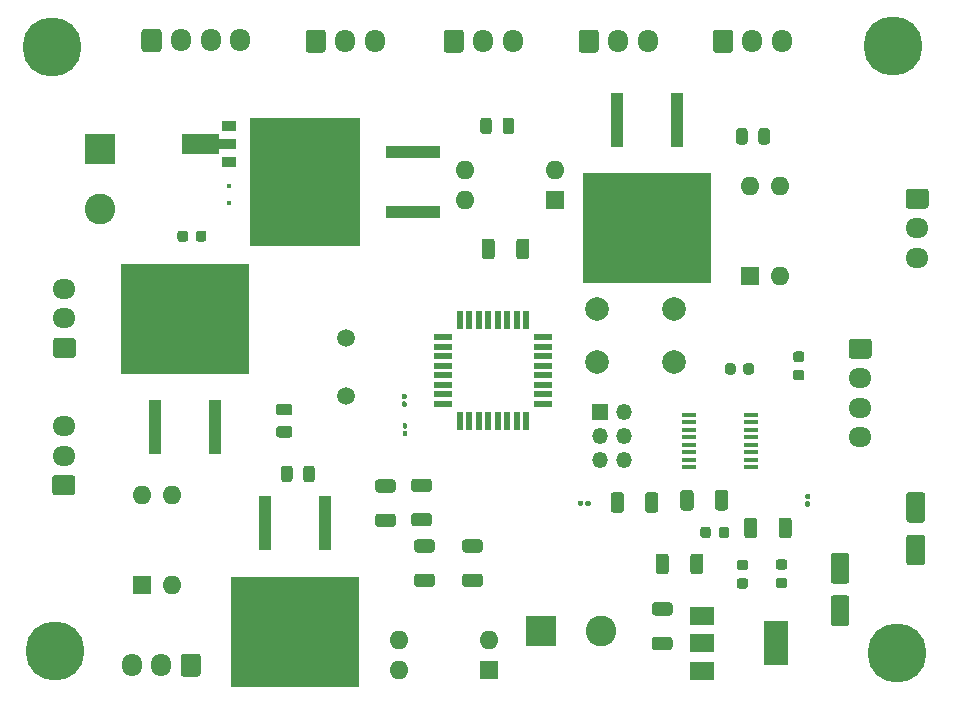
<source format=gbr>
%TF.GenerationSoftware,KiCad,Pcbnew,(5.1.8)-1*%
%TF.CreationDate,2021-09-25T16:30:51+01:00*%
%TF.ProjectId,dashboard mech press,64617368-626f-4617-9264-206d65636820,rev?*%
%TF.SameCoordinates,Original*%
%TF.FileFunction,Soldermask,Top*%
%TF.FilePolarity,Negative*%
%FSLAX46Y46*%
G04 Gerber Fmt 4.6, Leading zero omitted, Abs format (unit mm)*
G04 Created by KiCad (PCBNEW (5.1.8)-1) date 2021-09-25 16:30:51*
%MOMM*%
%LPD*%
G01*
G04 APERTURE LIST*
%ADD10O,1.700000X1.950000*%
%ADD11C,5.000000*%
%ADD12O,1.950000X1.700000*%
%ADD13C,1.500000*%
%ADD14R,2.000000X1.500000*%
%ADD15R,2.000000X3.800000*%
%ADD16R,1.200000X0.400000*%
%ADD17O,1.600000X1.600000*%
%ADD18R,1.600000X1.600000*%
%ADD19R,0.550000X1.600000*%
%ADD20R,1.600000X0.550000*%
%ADD21C,2.000000*%
%ADD22C,0.100000*%
%ADD23R,1.300000X0.900000*%
%ADD24R,10.800000X9.400000*%
%ADD25R,1.100000X4.600000*%
%ADD26R,9.400000X10.800000*%
%ADD27R,4.600000X1.100000*%
%ADD28C,2.600000*%
%ADD29R,2.600000X2.600000*%
%ADD30O,1.350000X1.350000*%
%ADD31R,1.350000X1.350000*%
%ADD32R,0.350000X0.350000*%
G04 APERTURE END LIST*
D10*
%TO.C,J4*%
X123197000Y-71501000D03*
X120697000Y-71501000D03*
X118197000Y-71501000D03*
G36*
G01*
X114847000Y-72226000D02*
X114847000Y-70776000D01*
G75*
G02*
X115097000Y-70526000I250000J0D01*
G01*
X116297000Y-70526000D01*
G75*
G02*
X116547000Y-70776000I0J-250000D01*
G01*
X116547000Y-72226000D01*
G75*
G02*
X116297000Y-72476000I-250000J0D01*
G01*
X115097000Y-72476000D01*
G75*
G02*
X114847000Y-72226000I0J250000D01*
G01*
G37*
%TD*%
D11*
%TO.C,H4*%
X107569000Y-123190000D03*
%TD*%
%TO.C,H3*%
X107315000Y-72072500D03*
%TD*%
%TO.C,H2*%
X178816000Y-123380500D03*
%TD*%
%TO.C,H1*%
X178498500Y-72009000D03*
%TD*%
D10*
%TO.C,J14*%
X134603500Y-71564500D03*
X132103500Y-71564500D03*
G36*
G01*
X128753500Y-72289500D02*
X128753500Y-70839500D01*
G75*
G02*
X129003500Y-70589500I250000J0D01*
G01*
X130203500Y-70589500D01*
G75*
G02*
X130453500Y-70839500I0J-250000D01*
G01*
X130453500Y-72289500D01*
G75*
G02*
X130203500Y-72539500I-250000J0D01*
G01*
X129003500Y-72539500D01*
G75*
G02*
X128753500Y-72289500I0J250000D01*
G01*
G37*
%TD*%
%TO.C,J13*%
X114022500Y-124396500D03*
X116522500Y-124396500D03*
G36*
G01*
X119872500Y-123671500D02*
X119872500Y-125121500D01*
G75*
G02*
X119622500Y-125371500I-250000J0D01*
G01*
X118422500Y-125371500D01*
G75*
G02*
X118172500Y-125121500I0J250000D01*
G01*
X118172500Y-123671500D01*
G75*
G02*
X118422500Y-123421500I250000J0D01*
G01*
X119622500Y-123421500D01*
G75*
G02*
X119872500Y-123671500I0J-250000D01*
G01*
G37*
%TD*%
%TO.C,J12*%
X146287500Y-71564500D03*
X143787500Y-71564500D03*
G36*
G01*
X140437500Y-72289500D02*
X140437500Y-70839500D01*
G75*
G02*
X140687500Y-70589500I250000J0D01*
G01*
X141887500Y-70589500D01*
G75*
G02*
X142137500Y-70839500I0J-250000D01*
G01*
X142137500Y-72289500D01*
G75*
G02*
X141887500Y-72539500I-250000J0D01*
G01*
X140687500Y-72539500D01*
G75*
G02*
X140437500Y-72289500I0J250000D01*
G01*
G37*
%TD*%
D12*
%TO.C,J11*%
X108267500Y-104156500D03*
X108267500Y-106656500D03*
G36*
G01*
X108992500Y-110006500D02*
X107542500Y-110006500D01*
G75*
G02*
X107292500Y-109756500I0J250000D01*
G01*
X107292500Y-108556500D01*
G75*
G02*
X107542500Y-108306500I250000J0D01*
G01*
X108992500Y-108306500D01*
G75*
G02*
X109242500Y-108556500I0J-250000D01*
G01*
X109242500Y-109756500D01*
G75*
G02*
X108992500Y-110006500I-250000J0D01*
G01*
G37*
%TD*%
D10*
%TO.C,J10*%
X157717500Y-71564500D03*
X155217500Y-71564500D03*
G36*
G01*
X151867500Y-72289500D02*
X151867500Y-70839500D01*
G75*
G02*
X152117500Y-70589500I250000J0D01*
G01*
X153317500Y-70589500D01*
G75*
G02*
X153567500Y-70839500I0J-250000D01*
G01*
X153567500Y-72289500D01*
G75*
G02*
X153317500Y-72539500I-250000J0D01*
G01*
X152117500Y-72539500D01*
G75*
G02*
X151867500Y-72289500I0J250000D01*
G01*
G37*
%TD*%
D12*
%TO.C,J9*%
X108331000Y-92536000D03*
X108331000Y-95036000D03*
G36*
G01*
X109056000Y-98386000D02*
X107606000Y-98386000D01*
G75*
G02*
X107356000Y-98136000I0J250000D01*
G01*
X107356000Y-96936000D01*
G75*
G02*
X107606000Y-96686000I250000J0D01*
G01*
X109056000Y-96686000D01*
G75*
G02*
X109306000Y-96936000I0J-250000D01*
G01*
X109306000Y-98136000D01*
G75*
G02*
X109056000Y-98386000I-250000J0D01*
G01*
G37*
%TD*%
D10*
%TO.C,J8*%
X169084000Y-71564500D03*
X166584000Y-71564500D03*
G36*
G01*
X163234000Y-72289500D02*
X163234000Y-70839500D01*
G75*
G02*
X163484000Y-70589500I250000J0D01*
G01*
X164684000Y-70589500D01*
G75*
G02*
X164934000Y-70839500I0J-250000D01*
G01*
X164934000Y-72289500D01*
G75*
G02*
X164684000Y-72539500I-250000J0D01*
G01*
X163484000Y-72539500D01*
G75*
G02*
X163234000Y-72289500I0J250000D01*
G01*
G37*
%TD*%
D12*
%TO.C,J5*%
X180530500Y-89899500D03*
X180530500Y-87399500D03*
G36*
G01*
X179805500Y-84049500D02*
X181255500Y-84049500D01*
G75*
G02*
X181505500Y-84299500I0J-250000D01*
G01*
X181505500Y-85499500D01*
G75*
G02*
X181255500Y-85749500I-250000J0D01*
G01*
X179805500Y-85749500D01*
G75*
G02*
X179555500Y-85499500I0J250000D01*
G01*
X179555500Y-84299500D01*
G75*
G02*
X179805500Y-84049500I250000J0D01*
G01*
G37*
%TD*%
D13*
%TO.C,Y1*%
X132143500Y-101590500D03*
X132143500Y-96710500D03*
%TD*%
D14*
%TO.C,U7*%
X162292500Y-120255000D03*
X162292500Y-124855000D03*
X162292500Y-122555000D03*
D15*
X168592500Y-122555000D03*
%TD*%
D16*
%TO.C,U6*%
X161230000Y-107632500D03*
X161230000Y-106997500D03*
X161230000Y-106362500D03*
X161230000Y-105727500D03*
X161230000Y-105092500D03*
X161230000Y-104457500D03*
X161230000Y-103822500D03*
X161230000Y-103187500D03*
X166430000Y-103187500D03*
X166430000Y-103822500D03*
X166430000Y-104457500D03*
X166430000Y-105092500D03*
X166430000Y-105727500D03*
X166430000Y-106362500D03*
X166430000Y-106997500D03*
X166430000Y-107632500D03*
%TD*%
D17*
%TO.C,U5*%
X136652000Y-124841000D03*
X144272000Y-122301000D03*
X136652000Y-122301000D03*
D18*
X144272000Y-124841000D03*
%TD*%
D17*
%TO.C,U4*%
X114871500Y-109982000D03*
X117411500Y-117602000D03*
X117411500Y-109982000D03*
D18*
X114871500Y-117602000D03*
%TD*%
D17*
%TO.C,U3*%
X166370000Y-83820000D03*
X168910000Y-91440000D03*
X168910000Y-83820000D03*
D18*
X166370000Y-91440000D03*
%TD*%
D17*
%TO.C,U2*%
X142240000Y-85026500D03*
X149860000Y-82486500D03*
X142240000Y-82486500D03*
D18*
X149860000Y-85026500D03*
%TD*%
D19*
%TO.C,U1*%
X141808500Y-95195500D03*
X142608500Y-95195500D03*
X143408500Y-95195500D03*
X144208500Y-95195500D03*
X145008500Y-95195500D03*
X145808500Y-95195500D03*
X146608500Y-95195500D03*
X147408500Y-95195500D03*
D20*
X148858500Y-96645500D03*
X148858500Y-97445500D03*
X148858500Y-98245500D03*
X148858500Y-99045500D03*
X148858500Y-99845500D03*
X148858500Y-100645500D03*
X148858500Y-101445500D03*
X148858500Y-102245500D03*
D19*
X147408500Y-103695500D03*
X146608500Y-103695500D03*
X145808500Y-103695500D03*
X145008500Y-103695500D03*
X144208500Y-103695500D03*
X143408500Y-103695500D03*
X142608500Y-103695500D03*
X141808500Y-103695500D03*
D20*
X140358500Y-102245500D03*
X140358500Y-101445500D03*
X140358500Y-100645500D03*
X140358500Y-99845500D03*
X140358500Y-99045500D03*
X140358500Y-98245500D03*
X140358500Y-97445500D03*
X140358500Y-96645500D03*
%TD*%
D21*
%TO.C,SW1*%
X159916000Y-94234000D03*
X159916000Y-98734000D03*
X153416000Y-94234000D03*
X153416000Y-98734000D03*
%TD*%
%TO.C,R11*%
G36*
G01*
X159565501Y-120194500D02*
X158315499Y-120194500D01*
G75*
G02*
X158065500Y-119944501I0J249999D01*
G01*
X158065500Y-119319499D01*
G75*
G02*
X158315499Y-119069500I249999J0D01*
G01*
X159565501Y-119069500D01*
G75*
G02*
X159815500Y-119319499I0J-249999D01*
G01*
X159815500Y-119944501D01*
G75*
G02*
X159565501Y-120194500I-249999J0D01*
G01*
G37*
G36*
G01*
X159565501Y-123119500D02*
X158315499Y-123119500D01*
G75*
G02*
X158065500Y-122869501I0J249999D01*
G01*
X158065500Y-122244499D01*
G75*
G02*
X158315499Y-121994500I249999J0D01*
G01*
X159565501Y-121994500D01*
G75*
G02*
X159815500Y-122244499I0J-249999D01*
G01*
X159815500Y-122869501D01*
G75*
G02*
X159565501Y-123119500I-249999J0D01*
G01*
G37*
%TD*%
%TO.C,R10*%
G36*
G01*
X161301000Y-116449001D02*
X161301000Y-115198999D01*
G75*
G02*
X161550999Y-114949000I249999J0D01*
G01*
X162176001Y-114949000D01*
G75*
G02*
X162426000Y-115198999I0J-249999D01*
G01*
X162426000Y-116449001D01*
G75*
G02*
X162176001Y-116699000I-249999J0D01*
G01*
X161550999Y-116699000D01*
G75*
G02*
X161301000Y-116449001I0J249999D01*
G01*
G37*
G36*
G01*
X158376000Y-116449001D02*
X158376000Y-115198999D01*
G75*
G02*
X158625999Y-114949000I249999J0D01*
G01*
X159251001Y-114949000D01*
G75*
G02*
X159501000Y-115198999I0J-249999D01*
G01*
X159501000Y-116449001D01*
G75*
G02*
X159251001Y-116699000I-249999J0D01*
G01*
X158625999Y-116699000D01*
G75*
G02*
X158376000Y-116449001I0J249999D01*
G01*
G37*
%TD*%
%TO.C,R9*%
G36*
G01*
X161596500Y-109801499D02*
X161596500Y-111051501D01*
G75*
G02*
X161346501Y-111301500I-249999J0D01*
G01*
X160721499Y-111301500D01*
G75*
G02*
X160471500Y-111051501I0J249999D01*
G01*
X160471500Y-109801499D01*
G75*
G02*
X160721499Y-109551500I249999J0D01*
G01*
X161346501Y-109551500D01*
G75*
G02*
X161596500Y-109801499I0J-249999D01*
G01*
G37*
G36*
G01*
X164521500Y-109801499D02*
X164521500Y-111051501D01*
G75*
G02*
X164271501Y-111301500I-249999J0D01*
G01*
X163646499Y-111301500D01*
G75*
G02*
X163396500Y-111051501I0J249999D01*
G01*
X163396500Y-109801499D01*
G75*
G02*
X163646499Y-109551500I249999J0D01*
G01*
X164271501Y-109551500D01*
G75*
G02*
X164521500Y-109801499I0J-249999D01*
G01*
G37*
%TD*%
%TO.C,R7*%
G36*
G01*
X166992000Y-112150999D02*
X166992000Y-113401001D01*
G75*
G02*
X166742001Y-113651000I-249999J0D01*
G01*
X166116999Y-113651000D01*
G75*
G02*
X165867000Y-113401001I0J249999D01*
G01*
X165867000Y-112150999D01*
G75*
G02*
X166116999Y-111901000I249999J0D01*
G01*
X166742001Y-111901000D01*
G75*
G02*
X166992000Y-112150999I0J-249999D01*
G01*
G37*
G36*
G01*
X169917000Y-112150999D02*
X169917000Y-113401001D01*
G75*
G02*
X169667001Y-113651000I-249999J0D01*
G01*
X169041999Y-113651000D01*
G75*
G02*
X168792000Y-113401001I0J249999D01*
G01*
X168792000Y-112150999D01*
G75*
G02*
X169041999Y-111901000I249999J0D01*
G01*
X169667001Y-111901000D01*
G75*
G02*
X169917000Y-112150999I0J-249999D01*
G01*
G37*
%TD*%
%TO.C,R6*%
G36*
G01*
X157491000Y-111242001D02*
X157491000Y-109991999D01*
G75*
G02*
X157740999Y-109742000I249999J0D01*
G01*
X158366001Y-109742000D01*
G75*
G02*
X158616000Y-109991999I0J-249999D01*
G01*
X158616000Y-111242001D01*
G75*
G02*
X158366001Y-111492000I-249999J0D01*
G01*
X157740999Y-111492000D01*
G75*
G02*
X157491000Y-111242001I0J249999D01*
G01*
G37*
G36*
G01*
X154566000Y-111242001D02*
X154566000Y-109991999D01*
G75*
G02*
X154815999Y-109742000I249999J0D01*
G01*
X155441001Y-109742000D01*
G75*
G02*
X155691000Y-109991999I0J-249999D01*
G01*
X155691000Y-111242001D01*
G75*
G02*
X155441001Y-111492000I-249999J0D01*
G01*
X154815999Y-111492000D01*
G75*
G02*
X154566000Y-111242001I0J249999D01*
G01*
G37*
%TD*%
%TO.C,R5*%
G36*
G01*
X143500001Y-114860500D02*
X142249999Y-114860500D01*
G75*
G02*
X142000000Y-114610501I0J249999D01*
G01*
X142000000Y-113985499D01*
G75*
G02*
X142249999Y-113735500I249999J0D01*
G01*
X143500001Y-113735500D01*
G75*
G02*
X143750000Y-113985499I0J-249999D01*
G01*
X143750000Y-114610501D01*
G75*
G02*
X143500001Y-114860500I-249999J0D01*
G01*
G37*
G36*
G01*
X143500001Y-117785500D02*
X142249999Y-117785500D01*
G75*
G02*
X142000000Y-117535501I0J249999D01*
G01*
X142000000Y-116910499D01*
G75*
G02*
X142249999Y-116660500I249999J0D01*
G01*
X143500001Y-116660500D01*
G75*
G02*
X143750000Y-116910499I0J-249999D01*
G01*
X143750000Y-117535501D01*
G75*
G02*
X143500001Y-117785500I-249999J0D01*
G01*
G37*
%TD*%
%TO.C,R4*%
G36*
G01*
X139182001Y-109717000D02*
X137931999Y-109717000D01*
G75*
G02*
X137682000Y-109467001I0J249999D01*
G01*
X137682000Y-108841999D01*
G75*
G02*
X137931999Y-108592000I249999J0D01*
G01*
X139182001Y-108592000D01*
G75*
G02*
X139432000Y-108841999I0J-249999D01*
G01*
X139432000Y-109467001D01*
G75*
G02*
X139182001Y-109717000I-249999J0D01*
G01*
G37*
G36*
G01*
X139182001Y-112642000D02*
X137931999Y-112642000D01*
G75*
G02*
X137682000Y-112392001I0J249999D01*
G01*
X137682000Y-111766999D01*
G75*
G02*
X137931999Y-111517000I249999J0D01*
G01*
X139182001Y-111517000D01*
G75*
G02*
X139432000Y-111766999I0J-249999D01*
G01*
X139432000Y-112392001D01*
G75*
G02*
X139182001Y-112642000I-249999J0D01*
G01*
G37*
%TD*%
%TO.C,R3*%
G36*
G01*
X146569000Y-89779001D02*
X146569000Y-88528999D01*
G75*
G02*
X146818999Y-88279000I249999J0D01*
G01*
X147444001Y-88279000D01*
G75*
G02*
X147694000Y-88528999I0J-249999D01*
G01*
X147694000Y-89779001D01*
G75*
G02*
X147444001Y-90029000I-249999J0D01*
G01*
X146818999Y-90029000D01*
G75*
G02*
X146569000Y-89779001I0J249999D01*
G01*
G37*
G36*
G01*
X143644000Y-89779001D02*
X143644000Y-88528999D01*
G75*
G02*
X143893999Y-88279000I249999J0D01*
G01*
X144519001Y-88279000D01*
G75*
G02*
X144769000Y-88528999I0J-249999D01*
G01*
X144769000Y-89779001D01*
G75*
G02*
X144519001Y-90029000I-249999J0D01*
G01*
X143893999Y-90029000D01*
G75*
G02*
X143644000Y-89779001I0J249999D01*
G01*
G37*
%TD*%
%TO.C,R2*%
G36*
G01*
X136134001Y-109780500D02*
X134883999Y-109780500D01*
G75*
G02*
X134634000Y-109530501I0J249999D01*
G01*
X134634000Y-108905499D01*
G75*
G02*
X134883999Y-108655500I249999J0D01*
G01*
X136134001Y-108655500D01*
G75*
G02*
X136384000Y-108905499I0J-249999D01*
G01*
X136384000Y-109530501D01*
G75*
G02*
X136134001Y-109780500I-249999J0D01*
G01*
G37*
G36*
G01*
X136134001Y-112705500D02*
X134883999Y-112705500D01*
G75*
G02*
X134634000Y-112455501I0J249999D01*
G01*
X134634000Y-111830499D01*
G75*
G02*
X134883999Y-111580500I249999J0D01*
G01*
X136134001Y-111580500D01*
G75*
G02*
X136384000Y-111830499I0J-249999D01*
G01*
X136384000Y-112455501D01*
G75*
G02*
X136134001Y-112705500I-249999J0D01*
G01*
G37*
%TD*%
%TO.C,R1*%
G36*
G01*
X139436001Y-114860500D02*
X138185999Y-114860500D01*
G75*
G02*
X137936000Y-114610501I0J249999D01*
G01*
X137936000Y-113985499D01*
G75*
G02*
X138185999Y-113735500I249999J0D01*
G01*
X139436001Y-113735500D01*
G75*
G02*
X139686000Y-113985499I0J-249999D01*
G01*
X139686000Y-114610501D01*
G75*
G02*
X139436001Y-114860500I-249999J0D01*
G01*
G37*
G36*
G01*
X139436001Y-117785500D02*
X138185999Y-117785500D01*
G75*
G02*
X137936000Y-117535501I0J249999D01*
G01*
X137936000Y-116910499D01*
G75*
G02*
X138185999Y-116660500I249999J0D01*
G01*
X139436001Y-116660500D01*
G75*
G02*
X139686000Y-116910499I0J-249999D01*
G01*
X139686000Y-117535501D01*
G75*
G02*
X139436001Y-117785500I-249999J0D01*
G01*
G37*
%TD*%
D22*
%TO.C,Q5*%
G36*
X118286500Y-79397500D02*
G01*
X121411500Y-79397500D01*
X121411500Y-79814000D01*
X122886500Y-79814000D01*
X122886500Y-80714000D01*
X121411500Y-80714000D01*
X121411500Y-81130500D01*
X118286500Y-81130500D01*
X118286500Y-79397500D01*
G37*
D23*
X122236500Y-78764000D03*
X122236500Y-81764000D03*
%TD*%
D24*
%TO.C,Q4*%
X127825500Y-121548500D03*
D25*
X125285500Y-112398500D03*
X130365500Y-112398500D03*
%TD*%
D24*
%TO.C,Q3*%
X118510000Y-95071500D03*
D25*
X121050000Y-104221500D03*
X115970000Y-104221500D03*
%TD*%
D24*
%TO.C,Q2*%
X157626000Y-87364000D03*
D25*
X155086000Y-78214000D03*
X160166000Y-78214000D03*
%TD*%
D26*
%TO.C,Q1*%
X128702500Y-83521500D03*
D27*
X137852500Y-80981500D03*
X137852500Y-86061500D03*
%TD*%
D12*
%TO.C,J6*%
X175704500Y-105099500D03*
X175704500Y-102599500D03*
X175704500Y-100099500D03*
G36*
G01*
X174979500Y-96749500D02*
X176429500Y-96749500D01*
G75*
G02*
X176679500Y-96999500I0J-250000D01*
G01*
X176679500Y-98199500D01*
G75*
G02*
X176429500Y-98449500I-250000J0D01*
G01*
X174979500Y-98449500D01*
G75*
G02*
X174729500Y-98199500I0J250000D01*
G01*
X174729500Y-96999500D01*
G75*
G02*
X174979500Y-96749500I250000J0D01*
G01*
G37*
%TD*%
D28*
%TO.C,J3*%
X111315500Y-85788500D03*
D29*
X111315500Y-80708500D03*
%TD*%
D28*
%TO.C,J2*%
X153797000Y-121539000D03*
D29*
X148717000Y-121539000D03*
%TD*%
D30*
%TO.C,J1*%
X155670000Y-106997000D03*
X153670000Y-106997000D03*
X155670000Y-104997000D03*
X153670000Y-104997000D03*
X155670000Y-102997000D03*
D31*
X153670000Y-102997000D03*
%TD*%
D32*
%TO.C,D7*%
X122237500Y-83793500D03*
X122237500Y-85243500D03*
%TD*%
%TO.C,D6*%
G36*
G01*
X128544500Y-108660250D02*
X128544500Y-107747750D01*
G75*
G02*
X128788250Y-107504000I243750J0D01*
G01*
X129275750Y-107504000D01*
G75*
G02*
X129519500Y-107747750I0J-243750D01*
G01*
X129519500Y-108660250D01*
G75*
G02*
X129275750Y-108904000I-243750J0D01*
G01*
X128788250Y-108904000D01*
G75*
G02*
X128544500Y-108660250I0J243750D01*
G01*
G37*
G36*
G01*
X126669500Y-108660250D02*
X126669500Y-107747750D01*
G75*
G02*
X126913250Y-107504000I243750J0D01*
G01*
X127400750Y-107504000D01*
G75*
G02*
X127644500Y-107747750I0J-243750D01*
G01*
X127644500Y-108660250D01*
G75*
G02*
X127400750Y-108904000I-243750J0D01*
G01*
X126913250Y-108904000D01*
G75*
G02*
X126669500Y-108660250I0J243750D01*
G01*
G37*
%TD*%
%TO.C,D5*%
G36*
G01*
X126480250Y-104145500D02*
X127392750Y-104145500D01*
G75*
G02*
X127636500Y-104389250I0J-243750D01*
G01*
X127636500Y-104876750D01*
G75*
G02*
X127392750Y-105120500I-243750J0D01*
G01*
X126480250Y-105120500D01*
G75*
G02*
X126236500Y-104876750I0J243750D01*
G01*
X126236500Y-104389250D01*
G75*
G02*
X126480250Y-104145500I243750J0D01*
G01*
G37*
G36*
G01*
X126480250Y-102270500D02*
X127392750Y-102270500D01*
G75*
G02*
X127636500Y-102514250I0J-243750D01*
G01*
X127636500Y-103001750D01*
G75*
G02*
X127392750Y-103245500I-243750J0D01*
G01*
X126480250Y-103245500D01*
G75*
G02*
X126236500Y-103001750I0J243750D01*
G01*
X126236500Y-102514250D01*
G75*
G02*
X126480250Y-102270500I243750J0D01*
G01*
G37*
%TD*%
%TO.C,D4*%
G36*
G01*
X171159500Y-110516500D02*
X171359500Y-110516500D01*
G75*
G02*
X171459500Y-110616500I0J-100000D01*
G01*
X171459500Y-110876500D01*
G75*
G02*
X171359500Y-110976500I-100000J0D01*
G01*
X171159500Y-110976500D01*
G75*
G02*
X171059500Y-110876500I0J100000D01*
G01*
X171059500Y-110616500D01*
G75*
G02*
X171159500Y-110516500I100000J0D01*
G01*
G37*
G36*
G01*
X171159500Y-109876500D02*
X171359500Y-109876500D01*
G75*
G02*
X171459500Y-109976500I0J-100000D01*
G01*
X171459500Y-110236500D01*
G75*
G02*
X171359500Y-110336500I-100000J0D01*
G01*
X171159500Y-110336500D01*
G75*
G02*
X171059500Y-110236500I0J100000D01*
G01*
X171059500Y-109976500D01*
G75*
G02*
X171159500Y-109876500I100000J0D01*
G01*
G37*
%TD*%
%TO.C,D3*%
G36*
G01*
X152426500Y-110780500D02*
X152426500Y-110580500D01*
G75*
G02*
X152526500Y-110480500I100000J0D01*
G01*
X152786500Y-110480500D01*
G75*
G02*
X152886500Y-110580500I0J-100000D01*
G01*
X152886500Y-110780500D01*
G75*
G02*
X152786500Y-110880500I-100000J0D01*
G01*
X152526500Y-110880500D01*
G75*
G02*
X152426500Y-110780500I0J100000D01*
G01*
G37*
G36*
G01*
X151786500Y-110780500D02*
X151786500Y-110580500D01*
G75*
G02*
X151886500Y-110480500I100000J0D01*
G01*
X152146500Y-110480500D01*
G75*
G02*
X152246500Y-110580500I0J-100000D01*
G01*
X152246500Y-110780500D01*
G75*
G02*
X152146500Y-110880500I-100000J0D01*
G01*
X151886500Y-110880500D01*
G75*
G02*
X151786500Y-110780500I0J100000D01*
G01*
G37*
%TD*%
%TO.C,D2*%
G36*
G01*
X144520500Y-78283750D02*
X144520500Y-79196250D01*
G75*
G02*
X144276750Y-79440000I-243750J0D01*
G01*
X143789250Y-79440000D01*
G75*
G02*
X143545500Y-79196250I0J243750D01*
G01*
X143545500Y-78283750D01*
G75*
G02*
X143789250Y-78040000I243750J0D01*
G01*
X144276750Y-78040000D01*
G75*
G02*
X144520500Y-78283750I0J-243750D01*
G01*
G37*
G36*
G01*
X146395500Y-78283750D02*
X146395500Y-79196250D01*
G75*
G02*
X146151750Y-79440000I-243750J0D01*
G01*
X145664250Y-79440000D01*
G75*
G02*
X145420500Y-79196250I0J243750D01*
G01*
X145420500Y-78283750D01*
G75*
G02*
X145664250Y-78040000I243750J0D01*
G01*
X146151750Y-78040000D01*
G75*
G02*
X146395500Y-78283750I0J-243750D01*
G01*
G37*
%TD*%
%TO.C,D1*%
G36*
G01*
X167074000Y-80085250D02*
X167074000Y-79172750D01*
G75*
G02*
X167317750Y-78929000I243750J0D01*
G01*
X167805250Y-78929000D01*
G75*
G02*
X168049000Y-79172750I0J-243750D01*
G01*
X168049000Y-80085250D01*
G75*
G02*
X167805250Y-80329000I-243750J0D01*
G01*
X167317750Y-80329000D01*
G75*
G02*
X167074000Y-80085250I0J243750D01*
G01*
G37*
G36*
G01*
X165199000Y-80085250D02*
X165199000Y-79172750D01*
G75*
G02*
X165442750Y-78929000I243750J0D01*
G01*
X165930250Y-78929000D01*
G75*
G02*
X166174000Y-79172750I0J-243750D01*
G01*
X166174000Y-80085250D01*
G75*
G02*
X165930250Y-80329000I-243750J0D01*
G01*
X165442750Y-80329000D01*
G75*
G02*
X165199000Y-80085250I0J243750D01*
G01*
G37*
%TD*%
%TO.C,C10*%
G36*
G01*
X180953500Y-112339500D02*
X179853500Y-112339500D01*
G75*
G02*
X179603500Y-112089500I0J250000D01*
G01*
X179603500Y-109989500D01*
G75*
G02*
X179853500Y-109739500I250000J0D01*
G01*
X180953500Y-109739500D01*
G75*
G02*
X181203500Y-109989500I0J-250000D01*
G01*
X181203500Y-112089500D01*
G75*
G02*
X180953500Y-112339500I-250000J0D01*
G01*
G37*
G36*
G01*
X180953500Y-115939500D02*
X179853500Y-115939500D01*
G75*
G02*
X179603500Y-115689500I0J250000D01*
G01*
X179603500Y-113589500D01*
G75*
G02*
X179853500Y-113339500I250000J0D01*
G01*
X180953500Y-113339500D01*
G75*
G02*
X181203500Y-113589500I0J-250000D01*
G01*
X181203500Y-115689500D01*
G75*
G02*
X180953500Y-115939500I-250000J0D01*
G01*
G37*
%TD*%
%TO.C,C9*%
G36*
G01*
X118801000Y-87824500D02*
X118801000Y-88324500D01*
G75*
G02*
X118576000Y-88549500I-225000J0D01*
G01*
X118126000Y-88549500D01*
G75*
G02*
X117901000Y-88324500I0J225000D01*
G01*
X117901000Y-87824500D01*
G75*
G02*
X118126000Y-87599500I225000J0D01*
G01*
X118576000Y-87599500D01*
G75*
G02*
X118801000Y-87824500I0J-225000D01*
G01*
G37*
G36*
G01*
X120351000Y-87824500D02*
X120351000Y-88324500D01*
G75*
G02*
X120126000Y-88549500I-225000J0D01*
G01*
X119676000Y-88549500D01*
G75*
G02*
X119451000Y-88324500I0J225000D01*
G01*
X119451000Y-87824500D01*
G75*
G02*
X119676000Y-87599500I225000J0D01*
G01*
X120126000Y-87599500D01*
G75*
G02*
X120351000Y-87824500I0J-225000D01*
G01*
G37*
%TD*%
%TO.C,C8*%
G36*
G01*
X163060500Y-112907000D02*
X163060500Y-113407000D01*
G75*
G02*
X162835500Y-113632000I-225000J0D01*
G01*
X162385500Y-113632000D01*
G75*
G02*
X162160500Y-113407000I0J225000D01*
G01*
X162160500Y-112907000D01*
G75*
G02*
X162385500Y-112682000I225000J0D01*
G01*
X162835500Y-112682000D01*
G75*
G02*
X163060500Y-112907000I0J-225000D01*
G01*
G37*
G36*
G01*
X164610500Y-112907000D02*
X164610500Y-113407000D01*
G75*
G02*
X164385500Y-113632000I-225000J0D01*
G01*
X163935500Y-113632000D01*
G75*
G02*
X163710500Y-113407000I0J225000D01*
G01*
X163710500Y-112907000D01*
G75*
G02*
X163935500Y-112682000I225000J0D01*
G01*
X164385500Y-112682000D01*
G75*
G02*
X164610500Y-112907000I0J-225000D01*
G01*
G37*
%TD*%
%TO.C,C7*%
G36*
G01*
X173440000Y-118483000D02*
X174540000Y-118483000D01*
G75*
G02*
X174790000Y-118733000I0J-250000D01*
G01*
X174790000Y-120833000D01*
G75*
G02*
X174540000Y-121083000I-250000J0D01*
G01*
X173440000Y-121083000D01*
G75*
G02*
X173190000Y-120833000I0J250000D01*
G01*
X173190000Y-118733000D01*
G75*
G02*
X173440000Y-118483000I250000J0D01*
G01*
G37*
G36*
G01*
X173440000Y-114883000D02*
X174540000Y-114883000D01*
G75*
G02*
X174790000Y-115133000I0J-250000D01*
G01*
X174790000Y-117233000D01*
G75*
G02*
X174540000Y-117483000I-250000J0D01*
G01*
X173440000Y-117483000D01*
G75*
G02*
X173190000Y-117233000I0J250000D01*
G01*
X173190000Y-115133000D01*
G75*
G02*
X173440000Y-114883000I250000J0D01*
G01*
G37*
%TD*%
%TO.C,C6*%
G36*
G01*
X168787000Y-116974500D02*
X169287000Y-116974500D01*
G75*
G02*
X169512000Y-117199500I0J-225000D01*
G01*
X169512000Y-117649500D01*
G75*
G02*
X169287000Y-117874500I-225000J0D01*
G01*
X168787000Y-117874500D01*
G75*
G02*
X168562000Y-117649500I0J225000D01*
G01*
X168562000Y-117199500D01*
G75*
G02*
X168787000Y-116974500I225000J0D01*
G01*
G37*
G36*
G01*
X168787000Y-115424500D02*
X169287000Y-115424500D01*
G75*
G02*
X169512000Y-115649500I0J-225000D01*
G01*
X169512000Y-116099500D01*
G75*
G02*
X169287000Y-116324500I-225000J0D01*
G01*
X168787000Y-116324500D01*
G75*
G02*
X168562000Y-116099500I0J225000D01*
G01*
X168562000Y-115649500D01*
G75*
G02*
X168787000Y-115424500I225000J0D01*
G01*
G37*
%TD*%
%TO.C,C5*%
G36*
G01*
X165156000Y-99064000D02*
X165156000Y-99564000D01*
G75*
G02*
X164931000Y-99789000I-225000J0D01*
G01*
X164481000Y-99789000D01*
G75*
G02*
X164256000Y-99564000I0J225000D01*
G01*
X164256000Y-99064000D01*
G75*
G02*
X164481000Y-98839000I225000J0D01*
G01*
X164931000Y-98839000D01*
G75*
G02*
X165156000Y-99064000I0J-225000D01*
G01*
G37*
G36*
G01*
X166706000Y-99064000D02*
X166706000Y-99564000D01*
G75*
G02*
X166481000Y-99789000I-225000J0D01*
G01*
X166031000Y-99789000D01*
G75*
G02*
X165806000Y-99564000I0J225000D01*
G01*
X165806000Y-99064000D01*
G75*
G02*
X166031000Y-98839000I225000J0D01*
G01*
X166481000Y-98839000D01*
G75*
G02*
X166706000Y-99064000I0J-225000D01*
G01*
G37*
%TD*%
%TO.C,C4*%
G36*
G01*
X170747500Y-98735000D02*
X170247500Y-98735000D01*
G75*
G02*
X170022500Y-98510000I0J225000D01*
G01*
X170022500Y-98060000D01*
G75*
G02*
X170247500Y-97835000I225000J0D01*
G01*
X170747500Y-97835000D01*
G75*
G02*
X170972500Y-98060000I0J-225000D01*
G01*
X170972500Y-98510000D01*
G75*
G02*
X170747500Y-98735000I-225000J0D01*
G01*
G37*
G36*
G01*
X170747500Y-100285000D02*
X170247500Y-100285000D01*
G75*
G02*
X170022500Y-100060000I0J225000D01*
G01*
X170022500Y-99610000D01*
G75*
G02*
X170247500Y-99385000I225000J0D01*
G01*
X170747500Y-99385000D01*
G75*
G02*
X170972500Y-99610000I0J-225000D01*
G01*
X170972500Y-100060000D01*
G75*
G02*
X170747500Y-100285000I-225000J0D01*
G01*
G37*
%TD*%
%TO.C,C3*%
G36*
G01*
X137260000Y-104367500D02*
X137060000Y-104367500D01*
G75*
G02*
X136960000Y-104267500I0J100000D01*
G01*
X136960000Y-104007500D01*
G75*
G02*
X137060000Y-103907500I100000J0D01*
G01*
X137260000Y-103907500D01*
G75*
G02*
X137360000Y-104007500I0J-100000D01*
G01*
X137360000Y-104267500D01*
G75*
G02*
X137260000Y-104367500I-100000J0D01*
G01*
G37*
G36*
G01*
X137260000Y-105007500D02*
X137060000Y-105007500D01*
G75*
G02*
X136960000Y-104907500I0J100000D01*
G01*
X136960000Y-104647500D01*
G75*
G02*
X137060000Y-104547500I100000J0D01*
G01*
X137260000Y-104547500D01*
G75*
G02*
X137360000Y-104647500I0J-100000D01*
G01*
X137360000Y-104907500D01*
G75*
G02*
X137260000Y-105007500I-100000J0D01*
G01*
G37*
%TD*%
%TO.C,C2*%
G36*
G01*
X136996500Y-102071000D02*
X137196500Y-102071000D01*
G75*
G02*
X137296500Y-102171000I0J-100000D01*
G01*
X137296500Y-102431000D01*
G75*
G02*
X137196500Y-102531000I-100000J0D01*
G01*
X136996500Y-102531000D01*
G75*
G02*
X136896500Y-102431000I0J100000D01*
G01*
X136896500Y-102171000D01*
G75*
G02*
X136996500Y-102071000I100000J0D01*
G01*
G37*
G36*
G01*
X136996500Y-101431000D02*
X137196500Y-101431000D01*
G75*
G02*
X137296500Y-101531000I0J-100000D01*
G01*
X137296500Y-101791000D01*
G75*
G02*
X137196500Y-101891000I-100000J0D01*
G01*
X136996500Y-101891000D01*
G75*
G02*
X136896500Y-101791000I0J100000D01*
G01*
X136896500Y-101531000D01*
G75*
G02*
X136996500Y-101431000I100000J0D01*
G01*
G37*
%TD*%
%TO.C,C1*%
G36*
G01*
X165985000Y-116375000D02*
X165485000Y-116375000D01*
G75*
G02*
X165260000Y-116150000I0J225000D01*
G01*
X165260000Y-115700000D01*
G75*
G02*
X165485000Y-115475000I225000J0D01*
G01*
X165985000Y-115475000D01*
G75*
G02*
X166210000Y-115700000I0J-225000D01*
G01*
X166210000Y-116150000D01*
G75*
G02*
X165985000Y-116375000I-225000J0D01*
G01*
G37*
G36*
G01*
X165985000Y-117925000D02*
X165485000Y-117925000D01*
G75*
G02*
X165260000Y-117700000I0J225000D01*
G01*
X165260000Y-117250000D01*
G75*
G02*
X165485000Y-117025000I225000J0D01*
G01*
X165985000Y-117025000D01*
G75*
G02*
X166210000Y-117250000I0J-225000D01*
G01*
X166210000Y-117700000D01*
G75*
G02*
X165985000Y-117925000I-225000J0D01*
G01*
G37*
%TD*%
M02*

</source>
